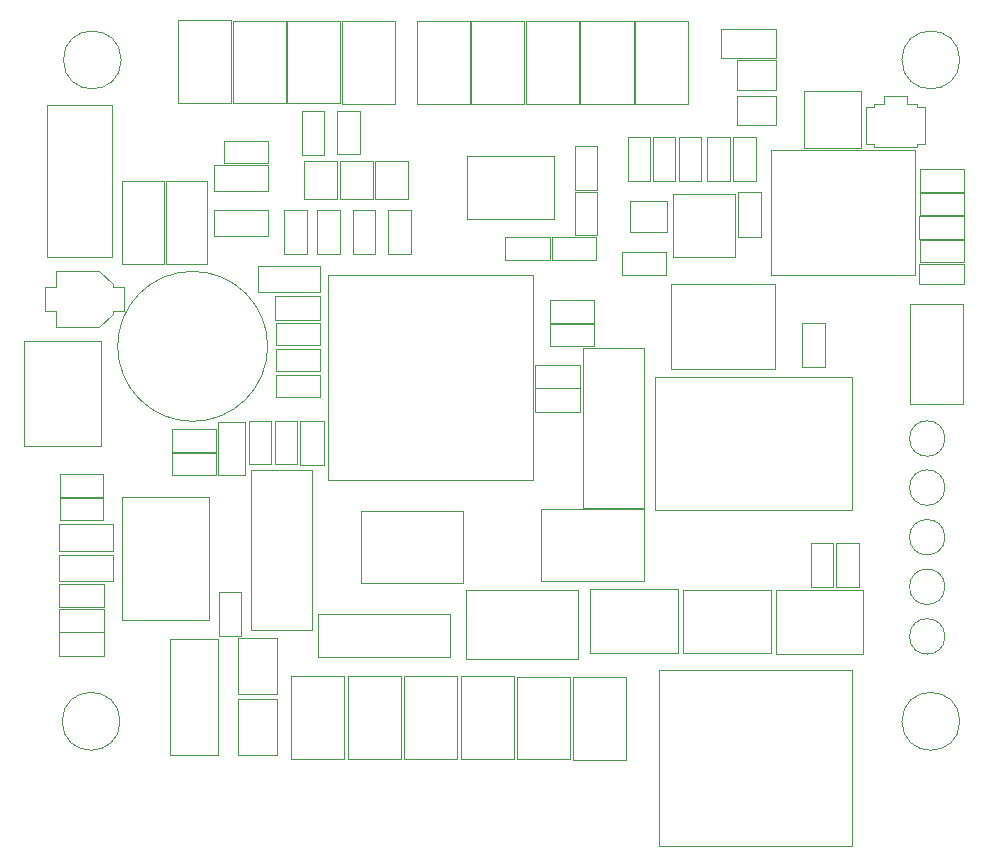
<source format=gbr>
%TF.GenerationSoftware,KiCad,Pcbnew,8.0.4-8.0.4-0~ubuntu24.04.1*%
%TF.CreationDate,2024-09-01T12:54:58+03:00*%
%TF.ProjectId,control_body,636f6e74-726f-46c5-9f62-6f64792e6b69,rev?*%
%TF.SameCoordinates,Original*%
%TF.FileFunction,Other,User*%
%FSLAX46Y46*%
G04 Gerber Fmt 4.6, Leading zero omitted, Abs format (unit mm)*
G04 Created by KiCad (PCBNEW 8.0.4-8.0.4-0~ubuntu24.04.1) date 2024-09-01 12:54:58*
%MOMM*%
%LPD*%
G01*
G04 APERTURE LIST*
%ADD10C,0.050000*%
G04 APERTURE END LIST*
D10*
%TO.C,J2*%
X112735000Y-90800000D02*
X106205000Y-90800000D01*
X112735000Y-90800000D02*
X112735000Y-99700000D01*
X106205000Y-90800000D02*
X106205000Y-99700000D01*
X112735000Y-99700000D02*
X106205000Y-99700000D01*
%TO.C,AE1*%
X177500000Y-70955000D02*
X178200000Y-70955000D01*
X177500000Y-74155000D02*
X177500000Y-70955000D01*
X177500000Y-74155000D02*
X178200000Y-74155000D01*
X178200000Y-70755000D02*
X178200000Y-70955000D01*
X178200000Y-70755000D02*
X179000000Y-70755000D01*
X178200000Y-74155000D02*
X178200000Y-74355000D01*
X178200000Y-74355000D02*
X181800000Y-74355000D01*
X179000000Y-70055000D02*
X181000000Y-70055000D01*
X179000000Y-70755000D02*
X179000000Y-70055000D01*
X181000000Y-70755000D02*
X181000000Y-70055000D01*
X181000000Y-70755000D02*
X181800000Y-70755000D01*
X181800000Y-70755000D02*
X181800000Y-70955000D01*
X181800000Y-70955000D02*
X182500000Y-70955000D01*
X181800000Y-74155000D02*
X181800000Y-74355000D01*
X181800000Y-74155000D02*
X182500000Y-74155000D01*
X182500000Y-74155000D02*
X182500000Y-70955000D01*
%TO.C,J21*%
X150030000Y-105000000D02*
X150030000Y-111150000D01*
X150030000Y-111150000D02*
X158680000Y-111150000D01*
X158680000Y-105000000D02*
X150030000Y-105000000D01*
X158680000Y-111150000D02*
X158680000Y-105000000D01*
%TO.C,U3*%
X169450000Y-74600000D02*
X181650000Y-74600000D01*
X169450000Y-85200000D02*
X169450000Y-74600000D01*
X181650000Y-74600000D02*
X181650000Y-85200000D01*
X181650000Y-85200000D02*
X169450000Y-85200000D01*
%TO.C,J16*%
X138390000Y-119190000D02*
X138390000Y-126190000D01*
X138390000Y-126190000D02*
X142890000Y-126190000D01*
X142890000Y-119190000D02*
X138390000Y-119190000D01*
X142890000Y-126190000D02*
X142890000Y-119190000D01*
%TO.C,C10*%
X182070000Y-76220000D02*
X185830000Y-76220000D01*
X182070000Y-78180000D02*
X182070000Y-76220000D01*
X185830000Y-76220000D02*
X185830000Y-78180000D01*
X185830000Y-78180000D02*
X182070000Y-78180000D01*
%TO.C,TP5*%
X184190000Y-115810000D02*
G75*
G02*
X181190000Y-115810000I-1500000J0D01*
G01*
X181190000Y-115810000D02*
G75*
G02*
X184190000Y-115810000I1500000J0D01*
G01*
%TO.C,Q3*%
X154165000Y-111795000D02*
X154165000Y-117195000D01*
X154165000Y-117195000D02*
X161565000Y-117195000D01*
X161565000Y-111795000D02*
X154165000Y-111795000D01*
X161565000Y-117195000D02*
X161565000Y-111795000D01*
%TO.C,R7*%
X127550000Y-93650000D02*
X131250000Y-93650000D01*
X127550000Y-95550000D02*
X127550000Y-93650000D01*
X131250000Y-93650000D02*
X131250000Y-95550000D01*
X131250000Y-95550000D02*
X127550000Y-95550000D01*
%TO.C,TP1*%
X184190000Y-103210000D02*
G75*
G02*
X181190000Y-103210000I-1500000J0D01*
G01*
X181190000Y-103210000D02*
G75*
G02*
X184190000Y-103210000I1500000J0D01*
G01*
%TO.C,J8*%
X144090000Y-63720000D02*
X144090000Y-70720000D01*
X144090000Y-70720000D02*
X148590000Y-70720000D01*
X148590000Y-63720000D02*
X144090000Y-63720000D01*
X148590000Y-70720000D02*
X148590000Y-63720000D01*
%TO.C,J3*%
X134775000Y-105155000D02*
X134775000Y-111305000D01*
X134775000Y-111305000D02*
X143425000Y-111305000D01*
X143425000Y-105155000D02*
X134775000Y-105155000D01*
X143425000Y-111305000D02*
X143425000Y-105155000D01*
%TO.C,J20*%
X181220000Y-87640000D02*
X181220000Y-96140000D01*
X181220000Y-96140000D02*
X185720000Y-96140000D01*
X185720000Y-87640000D02*
X181220000Y-87640000D01*
X185720000Y-96140000D02*
X185720000Y-87640000D01*
%TO.C,D2*%
X122320000Y-75900000D02*
X126880000Y-75900000D01*
X122320000Y-78140000D02*
X122320000Y-75900000D01*
X126880000Y-75900000D02*
X126880000Y-78140000D01*
X126880000Y-78140000D02*
X122320000Y-78140000D01*
%TO.C,R26*%
X172810000Y-107925000D02*
X174710000Y-107925000D01*
X172810000Y-111625000D02*
X172810000Y-107925000D01*
X174710000Y-107925000D02*
X174710000Y-111625000D01*
X174710000Y-111625000D02*
X172810000Y-111625000D01*
%TO.C,JP1*%
X166560000Y-70020000D02*
X166560000Y-72520000D01*
X166560000Y-70020000D02*
X169860000Y-70020000D01*
X169860000Y-72520000D02*
X166560000Y-72520000D01*
X169860000Y-72520000D02*
X169860000Y-70020000D01*
%TO.C,C16*%
X150890000Y-82010000D02*
X154650000Y-82010000D01*
X150890000Y-83970000D02*
X150890000Y-82010000D01*
X154650000Y-82010000D02*
X154650000Y-83970000D01*
X154650000Y-83970000D02*
X150890000Y-83970000D01*
%TO.C,R1*%
X123150000Y-73850000D02*
X126850000Y-73850000D01*
X123150000Y-75750000D02*
X123150000Y-73850000D01*
X126850000Y-73850000D02*
X126850000Y-75750000D01*
X126850000Y-75750000D02*
X123150000Y-75750000D01*
%TO.C,C14*%
X166660000Y-78210000D02*
X168620000Y-78210000D01*
X166660000Y-81970000D02*
X166660000Y-78210000D01*
X168620000Y-78210000D02*
X168620000Y-81970000D01*
X168620000Y-81970000D02*
X166660000Y-81970000D01*
%TO.C,SW3*%
X124380000Y-121070000D02*
X124380000Y-125870000D01*
X124380000Y-125870000D02*
X127680000Y-125870000D01*
X127680000Y-121070000D02*
X124380000Y-121070000D01*
X127680000Y-125870000D02*
X127680000Y-121070000D01*
%TO.C,D1*%
X118250000Y-77250000D02*
X121750000Y-77250000D01*
X118250000Y-84250000D02*
X118250000Y-77250000D01*
X121750000Y-77250000D02*
X121750000Y-84250000D01*
X121750000Y-84250000D02*
X118250000Y-84250000D01*
%TO.C,SW2*%
X124380000Y-115910000D02*
X124380000Y-120710000D01*
X124380000Y-120710000D02*
X127680000Y-120710000D01*
X127680000Y-115910000D02*
X124380000Y-115910000D01*
X127680000Y-120710000D02*
X127680000Y-115910000D01*
%TO.C,R2*%
X118740000Y-100260000D02*
X122440000Y-100260000D01*
X118740000Y-102160000D02*
X118740000Y-100260000D01*
X122440000Y-100260000D02*
X122440000Y-102160000D01*
X122440000Y-102160000D02*
X118740000Y-102160000D01*
%TO.C,C15*%
X146960000Y-82000000D02*
X150720000Y-82000000D01*
X146960000Y-83960000D02*
X146960000Y-82000000D01*
X150720000Y-82000000D02*
X150720000Y-83960000D01*
X150720000Y-83960000D02*
X146960000Y-83960000D01*
%TO.C,R5*%
X122700000Y-112090000D02*
X124600000Y-112090000D01*
X122700000Y-115790000D02*
X122700000Y-112090000D01*
X124600000Y-112090000D02*
X124600000Y-115790000D01*
X124600000Y-115790000D02*
X122700000Y-115790000D01*
%TO.C,R19*%
X152850000Y-78150000D02*
X154750000Y-78150000D01*
X152850000Y-81850000D02*
X152850000Y-78150000D01*
X154750000Y-78150000D02*
X154750000Y-81850000D01*
X154750000Y-81850000D02*
X152850000Y-81850000D01*
%TO.C,H1*%
X185450000Y-67000000D02*
G75*
G02*
X180550000Y-67000000I-2450000J0D01*
G01*
X180550000Y-67000000D02*
G75*
G02*
X185450000Y-67000000I2450000J0D01*
G01*
%TO.C,R23*%
X132740000Y-71300000D02*
X134640000Y-71300000D01*
X132740000Y-75000000D02*
X132740000Y-71300000D01*
X134640000Y-71300000D02*
X134640000Y-75000000D01*
X134640000Y-75000000D02*
X132740000Y-75000000D01*
%TO.C,Q7*%
X135950000Y-75600000D02*
X135950000Y-78800000D01*
X135950000Y-78800000D02*
X138750000Y-78800000D01*
X138750000Y-75600000D02*
X135950000Y-75600000D01*
X138750000Y-75600000D02*
X138750000Y-78800000D01*
%TO.C,D3*%
X122680000Y-97620000D02*
X124920000Y-97620000D01*
X122680000Y-102180000D02*
X122680000Y-97620000D01*
X124920000Y-97620000D02*
X124920000Y-102180000D01*
X124920000Y-102180000D02*
X122680000Y-102180000D01*
%TO.C,R29*%
X128250000Y-79750000D02*
X130150000Y-79750000D01*
X128250000Y-83450000D02*
X128250000Y-79750000D01*
X130150000Y-79750000D02*
X130150000Y-83450000D01*
X130150000Y-83450000D02*
X128250000Y-83450000D01*
%TO.C,J23*%
X160000000Y-118660000D02*
X160000000Y-133560000D01*
X160000000Y-133560000D02*
X176300000Y-133560000D01*
X176300000Y-118660000D02*
X160000000Y-118660000D01*
X176300000Y-133560000D02*
X176300000Y-118660000D01*
%TO.C,R13*%
X166270000Y-73540000D02*
X168170000Y-73540000D01*
X166270000Y-77240000D02*
X166270000Y-73540000D01*
X168170000Y-73540000D02*
X168170000Y-77240000D01*
X168170000Y-77240000D02*
X166270000Y-77240000D01*
%TO.C,R11*%
X182100000Y-78250000D02*
X185800000Y-78250000D01*
X182100000Y-80150000D02*
X182100000Y-78250000D01*
X185800000Y-78250000D02*
X185800000Y-80150000D01*
X185800000Y-80150000D02*
X182100000Y-80150000D01*
%TO.C,R25*%
X131050000Y-79750000D02*
X132950000Y-79750000D01*
X131050000Y-83450000D02*
X131050000Y-79750000D01*
X132950000Y-79750000D02*
X132950000Y-83450000D01*
X132950000Y-83450000D02*
X131050000Y-83450000D01*
%TO.C,C6*%
X109207500Y-115480000D02*
X112967500Y-115480000D01*
X109207500Y-117440000D02*
X109207500Y-115480000D01*
X112967500Y-115480000D02*
X112967500Y-117440000D01*
X112967500Y-117440000D02*
X109207500Y-117440000D01*
%TO.C,TP2*%
X184190000Y-107410000D02*
G75*
G02*
X181190000Y-107410000I-1500000J0D01*
G01*
X181190000Y-107410000D02*
G75*
G02*
X184190000Y-107410000I1500000J0D01*
G01*
%TO.C,J10*%
X128830000Y-119180000D02*
X128830000Y-126180000D01*
X128830000Y-126180000D02*
X133330000Y-126180000D01*
X133330000Y-119180000D02*
X128830000Y-119180000D01*
X133330000Y-126180000D02*
X133330000Y-119180000D01*
%TO.C,J14*%
X108200000Y-70800000D02*
X108200000Y-83700000D01*
X108200000Y-83700000D02*
X113700000Y-83700000D01*
X113700000Y-70800000D02*
X108200000Y-70800000D01*
X113700000Y-83700000D02*
X113700000Y-70800000D01*
%TO.C,C7*%
X149520000Y-94820000D02*
X153280000Y-94820000D01*
X149520000Y-96780000D02*
X149520000Y-94820000D01*
X153280000Y-94820000D02*
X153280000Y-96780000D01*
X153280000Y-96780000D02*
X149520000Y-96780000D01*
%TO.C,D5*%
X114550000Y-77250000D02*
X118050000Y-77250000D01*
X114550000Y-84250000D02*
X114550000Y-77250000D01*
X118050000Y-77250000D02*
X118050000Y-84250000D01*
X118050000Y-84250000D02*
X114550000Y-84250000D01*
%TO.C,H3*%
X114350000Y-123000000D02*
G75*
G02*
X109450000Y-123000000I-2450000J0D01*
G01*
X109450000Y-123000000D02*
G75*
G02*
X114350000Y-123000000I2450000J0D01*
G01*
%TO.C,J4*%
X131080000Y-113950000D02*
X131080000Y-117550000D01*
X131080000Y-117550000D02*
X142280000Y-117550000D01*
X142280000Y-113950000D02*
X131080000Y-113950000D01*
X142280000Y-117550000D02*
X142280000Y-113950000D01*
%TO.C,U1*%
X114510000Y-104015000D02*
X114510000Y-114415000D01*
X114510000Y-114415000D02*
X121910000Y-114415000D01*
X121910000Y-104015000D02*
X114510000Y-104015000D01*
X121910000Y-114415000D02*
X121910000Y-104015000D01*
%TO.C,TP3*%
X184190000Y-111610000D02*
G75*
G02*
X181190000Y-111610000I-1500000J0D01*
G01*
X181190000Y-111610000D02*
G75*
G02*
X184190000Y-111610000I1500000J0D01*
G01*
%TO.C,R20*%
X137050000Y-79750000D02*
X138950000Y-79750000D01*
X137050000Y-83450000D02*
X137050000Y-79750000D01*
X138950000Y-79750000D02*
X138950000Y-83450000D01*
X138950000Y-83450000D02*
X137050000Y-83450000D01*
%TO.C,J7*%
X148720000Y-63720000D02*
X148720000Y-70720000D01*
X148720000Y-70720000D02*
X153220000Y-70720000D01*
X153220000Y-63720000D02*
X148720000Y-63720000D01*
X153220000Y-70720000D02*
X153220000Y-63720000D01*
%TO.C,Q9*%
X161000000Y-86000000D02*
X161000000Y-93200000D01*
X161000000Y-93200000D02*
X169800000Y-93200000D01*
X169800000Y-86000000D02*
X161000000Y-86000000D01*
X169800000Y-93200000D02*
X169800000Y-86000000D01*
%TO.C,J11*%
X128510000Y-63690000D02*
X128510000Y-70690000D01*
X128510000Y-70690000D02*
X133010000Y-70690000D01*
X133010000Y-63690000D02*
X128510000Y-63690000D01*
X133010000Y-70690000D02*
X133010000Y-63690000D01*
%TO.C,J15*%
X133620000Y-119200000D02*
X133620000Y-126200000D01*
X133620000Y-126200000D02*
X138120000Y-126200000D01*
X138120000Y-119200000D02*
X133620000Y-119200000D01*
X138120000Y-126200000D02*
X138120000Y-119200000D01*
%TO.C,R3*%
X127550000Y-91450000D02*
X131250000Y-91450000D01*
X127550000Y-93350000D02*
X127550000Y-91450000D01*
X131250000Y-91450000D02*
X131250000Y-93350000D01*
X131250000Y-93350000D02*
X127550000Y-93350000D01*
%TO.C,U7*%
X143650000Y-111850000D02*
X143650000Y-117750000D01*
X143650000Y-111850000D02*
X153150000Y-111850000D01*
X143650000Y-117750000D02*
X153150000Y-117750000D01*
X153150000Y-111850000D02*
X153150000Y-117750000D01*
%TO.C,C1*%
X107975000Y-86200000D02*
X108925000Y-86200000D01*
X107975000Y-88300000D02*
X107975000Y-86200000D01*
X108925000Y-86200000D02*
X108925000Y-84850000D01*
X108925000Y-88300000D02*
X107975000Y-88300000D01*
X108925000Y-89650000D02*
X108925000Y-88300000D01*
X112575000Y-84850000D02*
X108925000Y-84850000D01*
X112575000Y-89650000D02*
X108925000Y-89650000D01*
X113725000Y-86000000D02*
X112575000Y-84850000D01*
X113725000Y-86200000D02*
X113725000Y-86000000D01*
X113725000Y-88300000D02*
X114675000Y-88300000D01*
X113725000Y-88500000D02*
X112575000Y-89650000D01*
X113725000Y-88500000D02*
X113725000Y-88300000D01*
X114675000Y-86200000D02*
X113725000Y-86200000D01*
X114675000Y-88300000D02*
X114675000Y-86200000D01*
%TO.C,C3*%
X118710000Y-98230000D02*
X122470000Y-98230000D01*
X118710000Y-100190000D02*
X118710000Y-98230000D01*
X122470000Y-98230000D02*
X122470000Y-100190000D01*
X122470000Y-100190000D02*
X118710000Y-100190000D01*
%TO.C,Q1*%
X169860000Y-111875000D02*
X169860000Y-117275000D01*
X169860000Y-117275000D02*
X177260000Y-117275000D01*
X177260000Y-111875000D02*
X169860000Y-111875000D01*
X177260000Y-117275000D02*
X177260000Y-111875000D01*
%TO.C,R24*%
X134050000Y-79750000D02*
X135950000Y-79750000D01*
X134050000Y-83450000D02*
X134050000Y-79750000D01*
X135950000Y-79750000D02*
X135950000Y-83450000D01*
X135950000Y-83450000D02*
X134050000Y-83450000D01*
%TO.C,J18*%
X147980000Y-119220000D02*
X147980000Y-126220000D01*
X147980000Y-126220000D02*
X152480000Y-126220000D01*
X152480000Y-119220000D02*
X147980000Y-119220000D01*
X152480000Y-126220000D02*
X152480000Y-119220000D01*
%TO.C,R4*%
X127550000Y-89250000D02*
X131250000Y-89250000D01*
X127550000Y-91150000D02*
X127550000Y-89250000D01*
X131250000Y-89250000D02*
X131250000Y-91150000D01*
X131250000Y-91150000D02*
X127550000Y-91150000D01*
%TO.C,J9*%
X139460000Y-63700000D02*
X139460000Y-70700000D01*
X139460000Y-70700000D02*
X143960000Y-70700000D01*
X143960000Y-63700000D02*
X139460000Y-63700000D01*
X143960000Y-70700000D02*
X143960000Y-63700000D01*
%TO.C,Q6*%
X132950000Y-75600000D02*
X132950000Y-78800000D01*
X132950000Y-78800000D02*
X135750000Y-78800000D01*
X135750000Y-75600000D02*
X132950000Y-75600000D01*
X135750000Y-75600000D02*
X135750000Y-78800000D01*
%TO.C,Q2*%
X162030000Y-111850000D02*
X162030000Y-117250000D01*
X162030000Y-117250000D02*
X169430000Y-117250000D01*
X169430000Y-111850000D02*
X162030000Y-111850000D01*
X169430000Y-117250000D02*
X169430000Y-111850000D01*
%TO.C,R16*%
X159450000Y-73550000D02*
X161350000Y-73550000D01*
X159450000Y-77250000D02*
X159450000Y-73550000D01*
X161350000Y-73550000D02*
X161350000Y-77250000D01*
X161350000Y-77250000D02*
X159450000Y-77250000D01*
%TO.C,R12*%
X182100000Y-82250000D02*
X185800000Y-82250000D01*
X182100000Y-84150000D02*
X182100000Y-82250000D01*
X185800000Y-82250000D02*
X185800000Y-84150000D01*
X185800000Y-84150000D02*
X182100000Y-84150000D01*
%TO.C,R17*%
X164070000Y-73540000D02*
X165970000Y-73540000D01*
X164070000Y-77240000D02*
X164070000Y-73540000D01*
X165970000Y-73540000D02*
X165970000Y-77240000D01*
X165970000Y-77240000D02*
X164070000Y-77240000D01*
%TO.C,R15*%
X157330000Y-73550000D02*
X159230000Y-73550000D01*
X157330000Y-77250000D02*
X157330000Y-73550000D01*
X159230000Y-73550000D02*
X159230000Y-77250000D01*
X159230000Y-77250000D02*
X157330000Y-77250000D01*
%TO.C,U5*%
X161140000Y-78350000D02*
X161140000Y-83650000D01*
X161140000Y-78350000D02*
X166440000Y-78350000D01*
X161140000Y-83650000D02*
X166440000Y-83650000D01*
X166440000Y-78350000D02*
X166440000Y-83650000D01*
%TO.C,J5*%
X157940000Y-63720000D02*
X157940000Y-70720000D01*
X157940000Y-70720000D02*
X162440000Y-70720000D01*
X162440000Y-63720000D02*
X157940000Y-63720000D01*
X162440000Y-70720000D02*
X162440000Y-63720000D01*
%TO.C,R28*%
X175010000Y-107925000D02*
X176910000Y-107925000D01*
X175010000Y-111625000D02*
X175010000Y-107925000D01*
X176910000Y-107925000D02*
X176910000Y-111625000D01*
X176910000Y-111625000D02*
X175010000Y-111625000D01*
%TO.C,D8*%
X109205000Y-108920000D02*
X113765000Y-108920000D01*
X109205000Y-111160000D02*
X109205000Y-108920000D01*
X113765000Y-108920000D02*
X113765000Y-111160000D01*
X113765000Y-111160000D02*
X109205000Y-111160000D01*
%TO.C,TP4*%
X184190000Y-99060000D02*
G75*
G02*
X181190000Y-99060000I-1500000J0D01*
G01*
X181190000Y-99060000D02*
G75*
G02*
X184190000Y-99060000I1500000J0D01*
G01*
%TO.C,C12*%
X182032500Y-80220000D02*
X185792500Y-80220000D01*
X182032500Y-82180000D02*
X182032500Y-80220000D01*
X185792500Y-80220000D02*
X185792500Y-82180000D01*
X185792500Y-82180000D02*
X182032500Y-82180000D01*
%TO.C,J17*%
X143200000Y-119200000D02*
X143200000Y-126200000D01*
X143200000Y-126200000D02*
X147700000Y-126200000D01*
X147700000Y-119200000D02*
X143200000Y-119200000D01*
X147700000Y-126200000D02*
X147700000Y-119200000D01*
%TO.C,J12*%
X123900000Y-63670000D02*
X123900000Y-70670000D01*
X123900000Y-70670000D02*
X128400000Y-70670000D01*
X128400000Y-63670000D02*
X123900000Y-63670000D01*
X128400000Y-70670000D02*
X128400000Y-63670000D01*
%TO.C,R18*%
X152850000Y-74320000D02*
X154750000Y-74320000D01*
X152850000Y-78020000D02*
X152850000Y-74320000D01*
X154750000Y-74320000D02*
X154750000Y-78020000D01*
X154750000Y-78020000D02*
X152850000Y-78020000D01*
%TO.C,Y2*%
X153530000Y-91360000D02*
X153530000Y-104960000D01*
X153530000Y-104960000D02*
X158730000Y-104960000D01*
X158730000Y-91360000D02*
X153530000Y-91360000D01*
X158730000Y-104960000D02*
X158730000Y-91360000D01*
%TO.C,U4*%
X157565000Y-78950000D02*
X160665000Y-78950000D01*
X157565000Y-81550000D02*
X157565000Y-78950000D01*
X160665000Y-78950000D02*
X160665000Y-81550000D01*
X160665000Y-81550000D02*
X157565000Y-81550000D01*
%TO.C,C5*%
X127482500Y-87020000D02*
X131242500Y-87020000D01*
X127482500Y-88980000D02*
X127482500Y-87020000D01*
X131242500Y-87020000D02*
X131242500Y-88980000D01*
X131242500Y-88980000D02*
X127482500Y-88980000D01*
%TO.C,AE2*%
X172270000Y-69640000D02*
X177050000Y-69640000D01*
X172270000Y-74420000D02*
X172270000Y-69640000D01*
X172270000Y-74420000D02*
X177050000Y-74420000D01*
X177050000Y-74420000D02*
X177050000Y-69640000D01*
%TO.C,J19*%
X152710000Y-119240000D02*
X152710000Y-126240000D01*
X152710000Y-126240000D02*
X157210000Y-126240000D01*
X157210000Y-119240000D02*
X152710000Y-119240000D01*
X157210000Y-126240000D02*
X157210000Y-119240000D01*
%TO.C,J1*%
X133150000Y-63730000D02*
X133150000Y-70730000D01*
X133150000Y-70730000D02*
X137650000Y-70730000D01*
X137650000Y-63730000D02*
X133150000Y-63730000D01*
X137650000Y-70730000D02*
X137650000Y-63730000D01*
%TO.C,H4*%
X185450000Y-123000000D02*
G75*
G02*
X180550000Y-123000000I-2450000J0D01*
G01*
X180550000Y-123000000D02*
G75*
G02*
X185450000Y-123000000I2450000J0D01*
G01*
%TO.C,C4*%
X109205000Y-113460000D02*
X112965000Y-113460000D01*
X109205000Y-115420000D02*
X109205000Y-113460000D01*
X112965000Y-113460000D02*
X112965000Y-115420000D01*
X112965000Y-115420000D02*
X109205000Y-115420000D01*
%TO.C,C11*%
X172060000Y-89280000D02*
X174020000Y-89280000D01*
X172060000Y-93040000D02*
X172060000Y-89280000D01*
X174020000Y-89280000D02*
X174020000Y-93040000D01*
X174020000Y-93040000D02*
X172060000Y-93040000D01*
%TO.C,D4*%
X125997500Y-84490000D02*
X131297500Y-84490000D01*
X125997500Y-86690000D02*
X125997500Y-84490000D01*
X131297500Y-84490000D02*
X131297500Y-86690000D01*
X131297500Y-86690000D02*
X125997500Y-86690000D01*
%TO.C,U2*%
X131950000Y-85200000D02*
X149350000Y-85200000D01*
X131950000Y-102600000D02*
X131950000Y-85200000D01*
X131950000Y-102600000D02*
X149350000Y-102600000D01*
X149350000Y-102600000D02*
X149350000Y-85200000D01*
%TO.C,R22*%
X109235000Y-102090000D02*
X112935000Y-102090000D01*
X109235000Y-103990000D02*
X109235000Y-102090000D01*
X112935000Y-102090000D02*
X112935000Y-103990000D01*
X112935000Y-103990000D02*
X109235000Y-103990000D01*
%TO.C,R6*%
X125250000Y-97550000D02*
X127150000Y-97550000D01*
X125250000Y-101250000D02*
X125250000Y-97550000D01*
X127150000Y-97550000D02*
X127150000Y-101250000D01*
X127150000Y-101250000D02*
X125250000Y-101250000D01*
%TO.C,C2*%
X109205000Y-111400000D02*
X112965000Y-111400000D01*
X109205000Y-113360000D02*
X109205000Y-111400000D01*
X112965000Y-111400000D02*
X112965000Y-113360000D01*
X112965000Y-113360000D02*
X109205000Y-113360000D01*
%TO.C,U6*%
X143710000Y-75100000D02*
X143710000Y-80500000D01*
X143710000Y-80500000D02*
X151110000Y-80500000D01*
X151110000Y-75100000D02*
X143710000Y-75100000D01*
X151110000Y-80500000D02*
X151110000Y-75100000D01*
%TO.C,JP2*%
X165260000Y-64350000D02*
X165260000Y-66850000D01*
X165260000Y-64350000D02*
X169860000Y-64350000D01*
X169860000Y-66850000D02*
X165260000Y-66850000D01*
X169860000Y-66850000D02*
X169860000Y-64350000D01*
%TO.C,SW1*%
X118560000Y-116010000D02*
X122660000Y-116010000D01*
X118560000Y-125810000D02*
X118560000Y-116010000D01*
X122660000Y-116010000D02*
X122660000Y-125810000D01*
X122660000Y-125810000D02*
X118560000Y-125810000D01*
%TO.C,Y1*%
X125400000Y-101690000D02*
X125400000Y-115290000D01*
X125400000Y-115290000D02*
X130600000Y-115290000D01*
X130600000Y-101690000D02*
X125400000Y-101690000D01*
X130600000Y-115290000D02*
X130600000Y-101690000D01*
%TO.C,BZ1*%
X126850000Y-91250000D02*
G75*
G02*
X114150000Y-91250000I-6350000J0D01*
G01*
X114150000Y-91250000D02*
G75*
G02*
X126850000Y-91250000I6350000J0D01*
G01*
%TO.C,R27*%
X129760000Y-71320000D02*
X131660000Y-71320000D01*
X129760000Y-75020000D02*
X129760000Y-71320000D01*
X131660000Y-71320000D02*
X131660000Y-75020000D01*
X131660000Y-75020000D02*
X129760000Y-75020000D01*
%TO.C,JP3*%
X166560000Y-67020000D02*
X166560000Y-69520000D01*
X166560000Y-67020000D02*
X169860000Y-67020000D01*
X169860000Y-69520000D02*
X166560000Y-69520000D01*
X169860000Y-69520000D02*
X169860000Y-67020000D01*
%TO.C,C8*%
X149520000Y-92820000D02*
X153280000Y-92820000D01*
X149520000Y-94780000D02*
X149520000Y-92820000D01*
X153280000Y-92820000D02*
X153280000Y-94780000D01*
X153280000Y-94780000D02*
X149520000Y-94780000D01*
%TO.C,D6*%
X122320000Y-79700000D02*
X126880000Y-79700000D01*
X122320000Y-81940000D02*
X122320000Y-79700000D01*
X126880000Y-79700000D02*
X126880000Y-81940000D01*
X126880000Y-81940000D02*
X122320000Y-81940000D01*
%TO.C,H2*%
X114450000Y-67000000D02*
G75*
G02*
X109550000Y-67000000I-2450000J0D01*
G01*
X109550000Y-67000000D02*
G75*
G02*
X114450000Y-67000000I2450000J0D01*
G01*
%TO.C,R10*%
X150750000Y-87350000D02*
X154450000Y-87350000D01*
X150750000Y-89250000D02*
X150750000Y-87350000D01*
X154450000Y-87350000D02*
X154450000Y-89250000D01*
X154450000Y-89250000D02*
X150750000Y-89250000D01*
%TO.C,Q5*%
X129950000Y-75600000D02*
X129950000Y-78800000D01*
X129950000Y-78800000D02*
X132750000Y-78800000D01*
X132750000Y-75600000D02*
X129950000Y-75600000D01*
X132750000Y-75600000D02*
X132750000Y-78800000D01*
%TO.C,R8*%
X127450000Y-97550000D02*
X129350000Y-97550000D01*
X127450000Y-101250000D02*
X127450000Y-97550000D01*
X129350000Y-97550000D02*
X129350000Y-101250000D01*
X129350000Y-101250000D02*
X127450000Y-101250000D01*
%TO.C,Q4*%
X159650000Y-93810000D02*
X159650000Y-105110000D01*
X159650000Y-105110000D02*
X176300000Y-105110000D01*
X176300000Y-93810000D02*
X159650000Y-93810000D01*
X176300000Y-105110000D02*
X176300000Y-93810000D01*
%TO.C,R14*%
X161670000Y-73540000D02*
X163570000Y-73540000D01*
X161670000Y-77240000D02*
X161670000Y-73540000D01*
X163570000Y-73540000D02*
X163570000Y-77240000D01*
X163570000Y-77240000D02*
X161670000Y-77240000D01*
%TO.C,C9*%
X129620000Y-97557500D02*
X131580000Y-97557500D01*
X129620000Y-101317500D02*
X129620000Y-97557500D01*
X131580000Y-97557500D02*
X131580000Y-101317500D01*
X131580000Y-101317500D02*
X129620000Y-101317500D01*
%TO.C,J6*%
X153330000Y-63710000D02*
X153330000Y-70710000D01*
X153330000Y-70710000D02*
X157830000Y-70710000D01*
X157830000Y-63710000D02*
X153330000Y-63710000D01*
X157830000Y-70710000D02*
X157830000Y-63710000D01*
%TO.C,J13*%
X119280000Y-63660000D02*
X119280000Y-70660000D01*
X119280000Y-70660000D02*
X123780000Y-70660000D01*
X123780000Y-63660000D02*
X119280000Y-63660000D01*
X123780000Y-70660000D02*
X123780000Y-63660000D01*
%TO.C,R9*%
X150760000Y-89360000D02*
X154460000Y-89360000D01*
X150760000Y-91260000D02*
X150760000Y-89360000D01*
X154460000Y-89360000D02*
X154460000Y-91260000D01*
X154460000Y-91260000D02*
X150760000Y-91260000D01*
%TO.C,C13*%
X156822500Y-83230000D02*
X160582500Y-83230000D01*
X156822500Y-85190000D02*
X156822500Y-83230000D01*
X160582500Y-83230000D02*
X160582500Y-85190000D01*
X160582500Y-85190000D02*
X156822500Y-85190000D01*
%TO.C,L1*%
X181960000Y-84270000D02*
X185800000Y-84270000D01*
X181960000Y-85970000D02*
X181960000Y-84270000D01*
X185800000Y-84270000D02*
X185800000Y-85970000D01*
X185800000Y-85970000D02*
X181960000Y-85970000D01*
%TO.C,R21*%
X109235000Y-104090000D02*
X112935000Y-104090000D01*
X109235000Y-105990000D02*
X109235000Y-104090000D01*
X112935000Y-104090000D02*
X112935000Y-105990000D01*
X112935000Y-105990000D02*
X109235000Y-105990000D01*
%TO.C,D7*%
X109205000Y-106320000D02*
X113765000Y-106320000D01*
X109205000Y-108560000D02*
X109205000Y-106320000D01*
X113765000Y-106320000D02*
X113765000Y-108560000D01*
X113765000Y-108560000D02*
X109205000Y-108560000D01*
%TD*%
M02*

</source>
